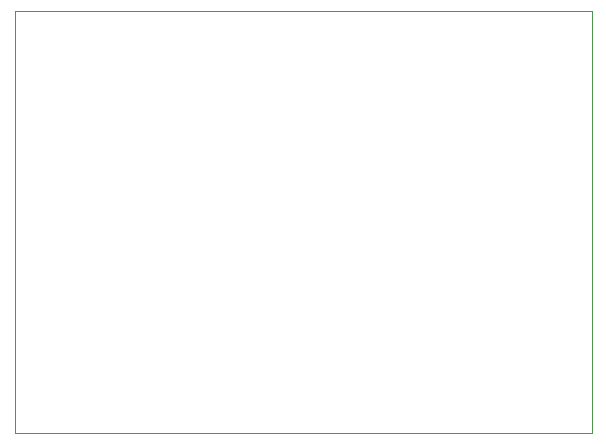
<source format=gbr>
G04 #@! TF.GenerationSoftware,KiCad,Pcbnew,(5.1.5)-3*
G04 #@! TF.CreationDate,2020-05-24T13:05:40-07:00*
G04 #@! TF.ProjectId,DAgostinoZach_L6,4441676f-7374-4696-9e6f-5a6163685f4c,rev?*
G04 #@! TF.SameCoordinates,Original*
G04 #@! TF.FileFunction,Profile,NP*
%FSLAX46Y46*%
G04 Gerber Fmt 4.6, Leading zero omitted, Abs format (unit mm)*
G04 Created by KiCad (PCBNEW (5.1.5)-3) date 2020-05-24 13:05:40*
%MOMM*%
%LPD*%
G04 APERTURE LIST*
%ADD10C,0.050000*%
G04 APERTURE END LIST*
D10*
X96500000Y-82350000D02*
X145350000Y-82350000D01*
X96500000Y-46600000D02*
X96500000Y-82350000D01*
X145350000Y-46600000D02*
X96500000Y-46600000D01*
X145350000Y-82350000D02*
X145350000Y-46600000D01*
M02*

</source>
